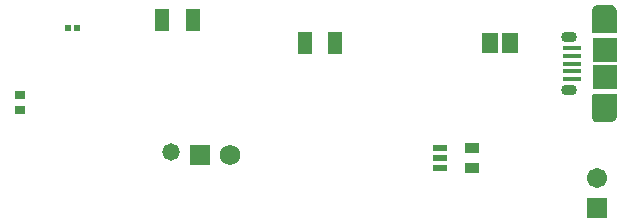
<source format=gts>
G04*
G04 #@! TF.GenerationSoftware,Altium Limited,Altium Designer,20.0.2 (26)*
G04*
G04 Layer_Color=8388736*
%FSLAX25Y25*%
%MOIN*%
G70*
G01*
G75*
%ADD21R,0.03197X0.02985*%
%ADD22R,0.08280X0.07887*%
%ADD23R,0.06115X0.01475*%
%ADD24R,0.06115X0.01375*%
%ADD25R,0.05524X0.06509*%
%ADD26R,0.04540X0.03359*%
%ADD27R,0.04540X0.02059*%
%ADD28R,0.05131X0.07493*%
%ADD29R,0.01872X0.01872*%
%ADD30O,0.05321X0.03634*%
%ADD31R,0.06706X0.06706*%
%ADD32C,0.06706*%
%ADD33C,0.06902*%
%ADD34R,0.06902X0.06902*%
%ADD35C,0.05800*%
G36*
X361293Y265368D02*
X361344Y265358D01*
X361394Y265341D01*
X361441Y265318D01*
X361484Y265288D01*
X361524Y265254D01*
X361558Y265214D01*
X361587Y265171D01*
X361611Y265124D01*
X361627Y265074D01*
X361638Y265023D01*
X361641Y264970D01*
Y258337D01*
Y257945D01*
X361638Y257893D01*
X361627Y257841D01*
X361611Y257792D01*
X361311Y257068D01*
X361311Y257068D01*
X361303Y257053D01*
X361288Y257021D01*
X361259Y256978D01*
X361224Y256938D01*
X361224Y256938D01*
X360670Y256384D01*
X360670Y256384D01*
X360649Y256366D01*
X360631Y256350D01*
X360602Y256330D01*
X360587Y256321D01*
X360563Y256309D01*
X360540Y256297D01*
X360540Y256297D01*
X359817Y255998D01*
X359767Y255981D01*
X359716Y255971D01*
X359663Y255967D01*
X354706D01*
X354654Y255971D01*
X354602Y255981D01*
X354553Y255998D01*
X354118Y256178D01*
X354071Y256201D01*
X354028Y256230D01*
X353989Y256264D01*
X353656Y256597D01*
X353656Y256597D01*
X353622Y256636D01*
X353592Y256680D01*
X353577Y256711D01*
X353569Y256727D01*
X353569Y256727D01*
X353390Y257161D01*
X353373Y257210D01*
X353362Y257262D01*
X353359Y257314D01*
Y257549D01*
Y264970D01*
X353362Y265023D01*
X353373Y265074D01*
X353390Y265124D01*
X353413Y265171D01*
X353442Y265214D01*
X353476Y265254D01*
X353516Y265288D01*
X353559Y265318D01*
X353606Y265341D01*
X353656Y265358D01*
X353708Y265368D01*
X353760Y265371D01*
X361240D01*
X361293Y265368D01*
D02*
G37*
G36*
X359716Y294974D02*
X359767Y294964D01*
X359784Y294958D01*
X359817Y294947D01*
X359817Y294947D01*
X360540Y294647D01*
X360540Y294647D01*
X360587Y294624D01*
X360631Y294595D01*
X360670Y294561D01*
X361224Y294007D01*
X361224Y294007D01*
X361259Y293967D01*
X361288Y293924D01*
X361303Y293892D01*
X361311Y293877D01*
X361311Y293877D01*
X361611Y293153D01*
X361627Y293104D01*
X361638Y293052D01*
X361641Y293000D01*
Y292608D01*
Y285974D01*
X361638Y285922D01*
X361627Y285871D01*
X361611Y285821D01*
X361587Y285774D01*
X361558Y285730D01*
X361524Y285691D01*
X361484Y285656D01*
X361441Y285627D01*
X361394Y285604D01*
X361344Y285587D01*
X361293Y285577D01*
X361240Y285574D01*
X353760D01*
X353708Y285577D01*
X353656Y285587D01*
X353606Y285604D01*
X353559Y285627D01*
X353516Y285656D01*
X353476Y285691D01*
X353442Y285730D01*
X353413Y285774D01*
X353390Y285821D01*
X353373Y285871D01*
X353362Y285922D01*
X353359Y285974D01*
Y293396D01*
Y293631D01*
X353362Y293683D01*
X353373Y293734D01*
X353390Y293784D01*
X353569Y294218D01*
X353569Y294218D01*
X353577Y294234D01*
X353592Y294265D01*
X353622Y294309D01*
X353656Y294348D01*
X353656Y294348D01*
X353988Y294680D01*
X353988Y294680D01*
X354028Y294715D01*
X354071Y294744D01*
X354118Y294767D01*
X354119Y294767D01*
X354553Y294947D01*
X354553Y294947D01*
X354585Y294958D01*
X354602Y294964D01*
X354654Y294974D01*
X354706Y294978D01*
X354706D01*
D01*
X359663D01*
D01*
X359663D01*
X359716Y294974D01*
D02*
G37*
D21*
X162500Y264937D02*
D03*
Y260000D02*
D03*
D22*
X357500Y280000D02*
D03*
Y270945D02*
D03*
D23*
X346457Y270354D02*
D03*
Y280591D02*
D03*
Y272913D02*
D03*
Y275472D02*
D03*
D24*
Y278032D02*
D03*
D25*
X319154Y282500D02*
D03*
X325846D02*
D03*
D26*
X313327Y247500D02*
D03*
Y240807D02*
D03*
D27*
X302500D02*
D03*
Y244154D02*
D03*
Y247500D02*
D03*
D28*
X267618Y282500D02*
D03*
X257382D02*
D03*
X209882Y290000D02*
D03*
X220118D02*
D03*
D29*
X178425Y287500D02*
D03*
X181575D02*
D03*
D30*
X345472Y284232D02*
D03*
Y266713D02*
D03*
D31*
X355000Y227500D02*
D03*
D32*
Y237500D02*
D03*
D33*
X232500Y245000D02*
D03*
D34*
X222500D02*
D03*
D35*
X212900Y246200D02*
D03*
M02*

</source>
